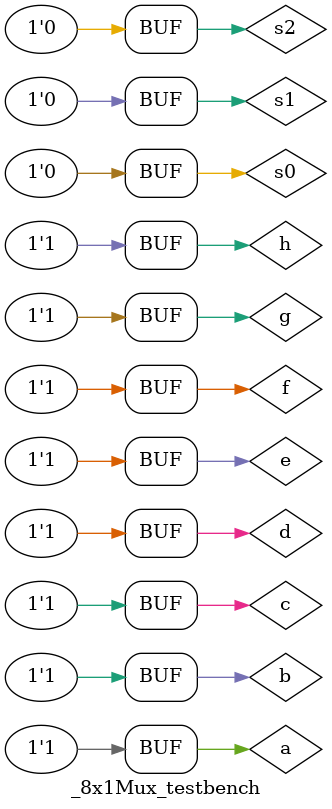
<source format=v>
`define DELAY 20
module _8x1Mux_testbench();
reg a, b, c, d, e, f, g, h, s0, s1, s2;
wire res;

// EMXT stands for eight mux testbench
_8x1Mux EMXT(res, a, b, c, d, e, f, g, h, s0, s1, s2);

initial begin
a = 1'b0; b = 1'b0; c = 1'b0; d = 1'b0; e = 1'b0; f = 1'b0; g = 1'b0; h = 1'b0; s0 = 1'b0; s1 = 1'b0; s2 = 1'b0;
#`DELAY;
a = 1'b1; b = 1'b0; c = 1'b0; d = 1'b0; e = 1'b0; f = 1'b0; g = 1'b0; h = 1'b0; s0 = 1'b0; s1 = 1'b0; s2 = 1'b0;
#`DELAY;
a = 1'b1; b = 1'b1; c = 1'b1; d = 1'b1; e = 1'b1; f = 1'b1; g = 1'b1; h = 1'b1; s0 = 1'b0; s1 = 1'b0; s2 = 1'b0;
end

 
initial
begin
$monitor("8XMUX1 Result: time = %2d, res= %1b a= %1b, b= %1b, c= %1b, d= %1b, e= %1b, f= %1b, g= %1b, h= %1b, s0 =%1b, s1 =%1b, s2 =%1b", $time,res,a, b, c, d, e, f, g, h, s0, s1, s2);
end
 
endmodule
</source>
